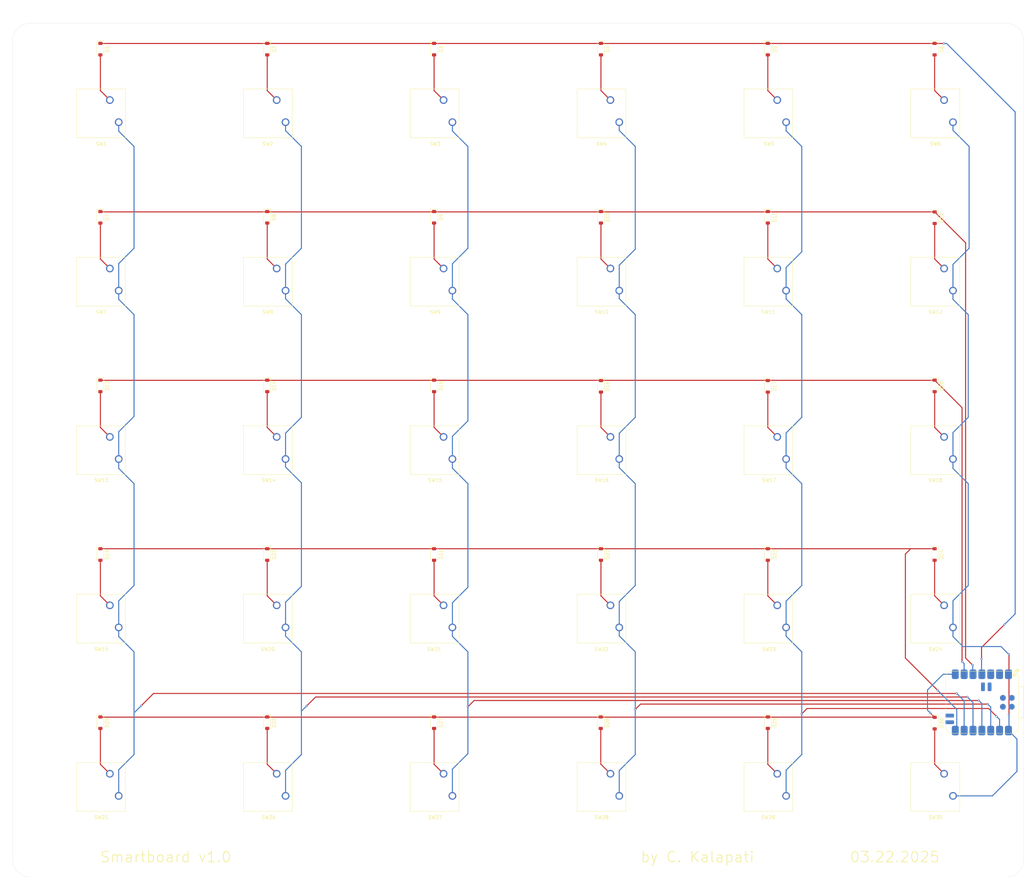
<source format=kicad_pcb>
(kicad_pcb (version 20240108) (generator "pcbnew") (generator_version "8.0")
  (layers (0 "F.Cu" signal) (31 "B.Cu" signal) (34 "B.Paste" user) (35 "F.Paste" user) (36 "B.SilkS" user "B.Silkscreen") (37 "F.SilkS" user "F.Silkscreen") (38 "B.Mask" user) (39 "F.Mask" user) (44 "Edge.Cuts" user))
  (net 0 "")
  (net 1 "Net-(D1-A)")
  (net 2 "Net-(D1-K)")
  (net 3 "Net-(D2-A)")
  (net 4 "Net-(D3-A)")
  (net 5 "Net-(D4-A)")
  (net 6 "Net-(D5-A)")
  (net 7 "Net-(D6-A)")
  (net 8 "Net-(D7-A)")
  (net 9 "Net-(D10-K)")
  (net 10 "Net-(D8-A)")
  (net 11 "Net-(D9-A)")
  (net 12 "Net-(D10-A)")
  (net 13 "Net-(D11-A)")
  (net 14 "Net-(D12-A)")
  (net 15 "Net-(D13-K)")
  (net 16 "Net-(D13-A)")
  (net 17 "Net-(D14-A)")
  (net 18 "Net-(D15-A)")
  (net 19 "Net-(D16-A)")
  (net 20 "Net-(D17-A)")
  (net 21 "Net-(D18-A)")
  (net 22 "Net-(D19-A)")
  (net 23 "Net-(D19-K)")
  (net 24 "Net-(D20-A)")
  (net 25 "Net-(D21-A)")
  (net 26 "Net-(D22-A)")
  (net 27 "Net-(D23-A)")
  (net 28 "Net-(D24-A)")
  (net 29 "Net-(D25-A)")
  (net 30 "Net-(D25-K)")
  (net 31 "Net-(D26-A)")
  (net 32 "Net-(D27-A)")
  (net 33 "Net-(D28-A)")
  (net 34 "Net-(D29-A)")
  (net 35 "Net-(D30-A)")
  (net 36 "Net-(U1-PA9_A5_D5_SCL)")
  (net 37 "Net-(U1-PA8_A4_D4_SDA)")
  (net 38 "Net-(U1-PA11_A3_D3)")
  (net 39 "Net-(U1-PA10_A2_D2)")
  (net 40 "Net-(U1-PA4_A1_D1)")
  (net 41 "Net-(U1-PA02_A0_D0)")
  (net 42 "unconnected-(U1-5V-Pad14)")
  (net 45 "unconnected-(U1-3V3-Pad12)")
  (footprint "CherryMX:CherryMX_1.00u" (layer "F.Cu") (at 123.214 124.166 -90)
    (property "Reference" "SW8")
    (property "Value" "CherryMX" (hide yes))
  )
  (footprint "Diode_SMD:D_SOD-123" (layer "F.Cu") (at 123.041 154.052 -90)
    (property "Reference" "D14")
    (property "Value" "D")
  )
  (footprint "CheryMXStab:CherryMX_2.00u_PCB_Stab" (layer "F.Cu") (at 277.462 75.833 90)
    (property "Reference" "REF**" (hide yes))
    (property "Value" "CherryMX_2.00u_PCB_Stab" (hide yes))
  )
  (footprint "Diode_SMD:D_SOD-123" (layer "F.Cu") (at 123.041 105.664 -90)
    (property "Reference" "D8")
    (property "Value" "D")
  )
  (footprint "CheryMXStab:CherryMX_2.00u_PCB_Stab" (layer "F.Cu") (at 256.108 220.832 -90)
    (property "Reference" "REF**" (hide yes))
    (property "Value" "CherryMX_2.00u_PCB_Stab" (hide yes))
  )
  (footprint "" (layer "F.Cu") (at 55 290)
    (property "Reference" "")
    (property "Value" "")
  )
  (footprint "CheryMXStab:CherryMX_2.00u_PCB_Stab" (layer "F.Cu") (at 86.034 75.833 90)
    (property "Reference" "REF**" (hide yes))
    (property "Value" "CherryMX_2.00u_PCB_Stab" (hide yes))
  )
  (footprint "Diode_SMD:D_SOD-123" (layer "F.Cu") (at 266.612 57.404 -90)
    (property "Reference" "D5")
    (property "Value" "D")
  )
  (footprint "CheryMXStab:CherryMX_2.00u_PCB_Stab" (layer "F.Cu") (at 303.965 220.832 -90)
    (property "Reference" "REF**" (hide yes))
    (property "Value" "CherryMX_2.00u_PCB_Stab" (hide yes))
  )
  (footprint "CheryMXStab:CherryMX_2.00u_PCB_Stab" (layer "F.Cu") (at 208.251 75.833 -90)
    (property "Reference" "REF**" (hide yes))
    (property "Value" "CherryMX_2.00u_PCB_Stab" (hide yes))
  )
  (footprint "CheryMXStab:CherryMX_2.00u_PCB_Stab" (layer "F.Cu") (at 277.462 220.832 90)
    (property "Reference" "REF**" (hide yes))
    (property "Value" "CherryMX_2.00u_PCB_Stab" (hide yes))
  )
  (footprint "CheryMXStab:CherryMX_2.00u_PCB_Stab" (layer "F.Cu") (at 181.748 172.499 90)
    (property "Reference" "REF**" (hide yes))
    (property "Value" "CherryMX_2.00u_PCB_Stab" (hide yes))
  )
  (footprint "CheryMXStab:CherryMX_2.00u_PCB_Stab" (layer "F.Cu") (at 208.251 269.165 -90)
    (property "Reference" "REF**" (hide yes))
    (property "Value" "CherryMX_2.00u_PCB_Stab" (hide yes))
  )
  (footprint "CherryMX:CherryMX_1.00u" (layer "F.Cu") (at 171.071 269.165 -90)
    (property "Reference" "SW27")
    (property "Value" "CherryMX" (hide yes))
  )
  (footprint "Diode_SMD:D_SOD-123" (layer "F.Cu") (at 314.452 202.438 -90)
    (property "Reference" "D24")
    (property "Value" "D")
  )
  (footprint "CherryMX:CherryMX_1.00u" (layer "F.Cu") (at 266.785 172.499 -90)
    (property "Reference" "SW17")
    (property "Value" "CherryMX" (hide yes))
  )
  (footprint "CherryMX:CherryMX_1.00u" (layer "F.Cu") (at 314.642 269.165 -90)
    (property "Reference" "SW30")
    (property "Value" "CherryMX" (hide yes))
  )
  (footprint "CheryMXStab:CherryMX_2.00u_PCB_Stab" (layer "F.Cu") (at 112.537 220.832 -90)
    (property "Reference" "REF**" (hide yes))
    (property "Value" "CherryMX_2.00u_PCB_Stab" (hide yes))
  )
  (footprint "CherryMX:CherryMX_1.00u" (layer "F.Cu") (at 123.214 220.832 -90)
    (property "Reference" "SW20")
    (property "Value" "CherryMX" (hide yes))
  )
  (footprint "CheryMXStab:CherryMX_2.00u_PCB_Stab" (layer "F.Cu") (at 160.394 75.833 -90)
    (property "Reference" "REF**" (hide yes))
    (property "Value" "CherryMX_2.00u_PCB_Stab" (hide yes))
  )
  (footprint "CheryMXStab:CherryMX_2.00u_PCB_Stab" (layer "F.Cu") (at 64.68 75.833 -90)
    (property "Reference" "REF**" (hide yes))
    (property "Value" "CherryMX_2.00u_PCB_Stab" (hide yes))
  )
  (footprint "CherryMX:CherryMX_1.00u" (layer "F.Cu") (at 75.357 269.165 -90)
    (property "Reference" "SW25")
    (property "Value" "CherryMX" (hide yes))
  )
  (footprint "CheryMXStab:CherryMX_2.00u_PCB_Stab" (layer "F.Cu") (at 325.319 124.166 90)
    (property "Reference" "REF**" (hide yes))
    (property "Value" "CherryMX_2.00u_PCB_Stab" (hide yes))
  )
  (footprint "CheryMXStab:CherryMX_2.00u_PCB_Stab" (layer "F.Cu") (at 133.891 75.833 90)
    (property "Reference" "REF**" (hide yes))
    (property "Value" "CherryMX_2.00u_PCB_Stab" (hide yes))
  )
  (footprint "CherryMX:CherryMX_1.00u" (layer "F.Cu") (at 171.071 75.833 -90)
    (property "Reference" "SW3")
    (property "Value" "CherryMX" (hide yes))
  )
  (footprint "CherryMX:CherryMX_1.00u" (layer "F.Cu") (at 266.785 124.166 -90)
    (property "Reference" "SW11")
    (property "Value" "CherryMX" (hide yes))
  )
  (footprint "CherryMX:CherryMX_1.00u" (layer "F.Cu") (at 314.642 172.499 -90)
    (property "Reference" "SW18")
    (property "Value" "CherryMX" (hide yes))
  )
  (footprint "Diode_SMD:D_SOD-123" (layer "F.Cu") (at 218.755 105.664 -90)
    (property "Reference" "D10")
    (property "Value" "D")
  )
  (footprint "CherryMX:CherryMX_1.00u" (layer "F.Cu") (at 218.928 75.833 -90)
    (property "Reference" "SW4")
    (property "Value" "CherryMX" (hide yes))
  )
  (footprint "Diode_SMD:D_SOD-123" (layer "F.Cu") (at 170.898 154.052 -90)
    (property "Reference" "D15")
    (property "Value" "D")
  )
  (footprint "CheryMXStab:CherryMX_2.00u_PCB_Stab" (layer "F.Cu") (at 277.462 269.165 90)
    (property "Reference" "REF**" (hide yes))
    (property "Value" "CherryMX_2.00u_PCB_Stab" (hide yes))
  )
  (footprint "Diode_SMD:D_SOD-123" (layer "F.Cu") (at 170.898 250.698 -90)
    (property "Reference" "D27")
    (property "Value" "D")
  )
  (footprint "CherryMX:CherryMX_1.00u" (layer "F.Cu") (at 75.357 124.166 -90)
    (property "Reference" "SW7")
    (property "Value" "CherryMX" (hide yes))
  )
  (footprint "Diode_SMD:D_SOD-123" (layer "F.Cu") (at 75.184 57.404 -90)
    (property "Reference" "D1")
    (property "Value" "D")
  )
  (footprint "CheryMXStab:CherryMX_2.00u_PCB_Stab" (layer "F.Cu") (at 112.537 124.166 -90)
    (property "Reference" "REF**" (hide yes))
    (property "Value" "CherryMX_2.00u_PCB_Stab" (hide yes))
  )
  (footprint "CherryMX:CherryMX_1.00u" (layer "F.Cu") (at 75.357 172.499 -90)
    (property "Reference" "SW13")
    (property "Value" "CherryMX" (hide yes))
  )
  (footprint "CheryMXStab:CherryMX_2.00u_PCB_Stab" (layer "F.Cu") (at 277.462 172.499 90)
    (property "Reference" "REF**" (hide yes))
    (property "Value" "CherryMX_2.00u_PCB_Stab" (hide yes))
  )
  (footprint "CheryMXStab:CherryMX_2.00u_PCB_Stab" (layer "F.Cu") (at 303.965 124.166 -90)
    (property "Reference" "REF**" (hide yes))
    (property "Value" "CherryMX_2.00u_PCB_Stab" (hide yes))
  )
  (footprint "CheryMXStab:CherryMX_2.00u_PCB_Stab" (layer "F.Cu") (at 229.605 269.165 90)
    (property "Reference" "REF**" (hide yes))
    (property "Value" "CherryMX_2.00u_PCB_Stab" (hide yes))
  )
  (footprint "CheryMXStab:CherryMX_2.00u_PCB_Stab" (layer "F.Cu") (at 208.251 220.832 -90)
    (property "Reference" "REF**" (hide yes))
    (property "Value" "CherryMX_2.00u_PCB_Stab" (hide yes))
  )
  (footprint "CherryMX:CherryMX_1.00u" (layer "F.Cu") (at 123.214 172.499 -90)
    (property "Reference" "SW14")
    (property "Value" "CherryMX" (hide yes))
  )
  (footprint "CheryMXStab:CherryMX_2.00u_PCB_Stab" (layer "F.Cu") (at 303.965 269.165 -90)
    (property "Reference" "REF**" (hide yes))
    (property "Value" "CherryMX_2.00u_PCB_Stab" (hide yes))
  )
  (footprint "CherryMX:CherryMX_1.00u" (layer "F.Cu") (at 266.785 269.165 -90)
    (property "Reference" "SW29")
    (property "Value" "CherryMX" (hide yes))
  )
  (footprint "Diode_SMD:D_SOD-123" (layer "F.Cu") (at 218.755 154.178 -90)
    (property "Reference" "D16")
    (property "Value" "D")
  )
  (footprint "CheryMXStab:CherryMX_2.00u_PCB_Stab" (layer "F.Cu") (at 86.034 124.166 90)
    (property "Reference" "REF**" (hide yes))
    (property "Value" "CherryMX_2.00u_PCB_Stab" (hide yes))
  )
  (footprint "CheryMXStab:CherryMX_2.00u_PCB_Stab" (layer "F.Cu") (at 160.394 172.499 -90)
    (property "Reference" "REF**" (hide yes))
    (property "Value" "CherryMX_2.00u_PCB_Stab" (hide yes))
  )
  (footprint "CheryMXStab:CherryMX_2.00u_PCB_Stab" (layer "F.Cu") (at 133.891 124.166 90)
    (property "Reference" "REF**" (hide yes))
    (property "Value" "CherryMX_2.00u_PCB_Stab" (hide yes))
  )
  (footprint "CheryMXStab:CherryMX_2.00u_PCB_Stab" (layer "F.Cu") (at 181.748 220.832 90)
    (property "Reference" "REF**" (hide yes))
    (property "Value" "CherryMX_2.00u_PCB_Stab" (hide yes))
  )
  (footprint "CherryMX:CherryMX_1.00u" (layer "F.Cu") (at 123.214 269.165 -90)
    (property "Reference" "SW26")
    (property "Value" "CherryMX" (hide yes))
  )
  (footprint "CheryMXStab:CherryMX_2.00u_PCB_Stab" (layer "F.Cu") (at 160.394 220.832 -90)
    (property "Reference" "REF**" (hide yes))
    (property "Value" "CherryMX_2.00u_PCB_Stab" (hide yes))
  )
  (footprint "Diode_SMD:D_SOD-123" (layer "F.Cu") (at 170.898 105.664 -90)
    (property "Reference" "D9")
    (property "Value" "D")
  )
  (footprint "CheryMXStab:CherryMX_2.00u_PCB_Stab" (layer "F.Cu") (at 86.034 172.499 90)
    (property "Reference" "REF**" (hide yes))
    (property "Value" "CherryMX_2.00u_PCB_Stab" (hide yes))
  )
  (footprint "CherryMX:CherryMX_1.00u" (layer "F.Cu") (at 266.785 75.833 -90)
    (property "Reference" "SW5")
    (property "Value" "CherryMX" (hide yes))
  )
  (footprint "CherryMX:CherryMX_1.00u" (layer "F.Cu") (at 314.642 124.166 -90)
    (property "Reference" "SW12")
    (property "Value" "CherryMX" (hide yes))
  )
  (footprint "Diode_SMD:D_SOD-123" (layer "F.Cu") (at 266.612 202.438 -90)
    (property "Reference" "D23")
    (property "Value" "D")
  )
  (footprint "" (layer "F.Cu") (at 55 55)
    (property "Reference" "")
    (property "Value" "")
  )
  (footprint "CheryMXStab:CherryMX_2.00u_PCB_Stab" (layer "F.Cu") (at 133.891 172.499 90)
    (property "Reference" "REF**" (hide yes))
    (property "Value" "CherryMX_2.00u_PCB_Stab" (hide yes))
  )
  (footprint "CheryMXStab:CherryMX_2.00u_PCB_Stab" (layer "F.Cu") (at 325.319 75.833 90)
    (property "Reference" "REF**" (hide yes))
    (property "Value" "CherryMX_2.00u_PCB_Stab" (hide yes))
  )
  (footprint "CheryMXStab:CherryMX_2.00u_PCB_Stab" (layer "F.Cu") (at 256.108 269.165 -90)
    (property "Reference" "REF**" (hide yes))
    (property "Value" "CherryMX_2.00u_PCB_Stab" (hide yes))
  )
  (footprint "Diode_SMD:D_SOD-123" (layer "F.Cu") (at 75.184 105.664 -90)
    (property "Reference" "D7")
    (property "Value" "D")
  )
  (footprint "CheryMXStab:CherryMX_2.00u_PCB_Stab" (layer "F.Cu") (at 303.965 75.833 -90)
    (property "Reference" "REF**" (hide yes))
    (property "Value" "CherryMX_2.00u_PCB_Stab" (hide yes))
  )
  (footprint "Diode_SMD:D_SOD-123" (layer "F.Cu") (at 123.041 57.404 -90)
    (property "Reference" "D2")
    (property "Value" "D")
  )
  (footprint "Diode_SMD:D_SOD-123" (layer "F.Cu") (at 314.452 57.404 -90)
    (property "Reference" "D6")
    (property "Value" "D")
  )
  (footprint "Diode_SMD:D_SOD-123" (layer "F.Cu") (at 170.898 202.438 -90)
    (property "Reference" "D21")
    (property "Value" "D")
  )
  (footprint "Diode_SMD:D_SOD-123" (layer "F.Cu") (at 314.469 105.792 -90)
    (property "Reference" "D12")
    (property "Value" "D")
  )
  (footprint "Diode_SMD:D_SOD-123" (layer "F.Cu") (at 218.755 202.438 -90)
    (property "Reference" "D22")
    (property "Value" "D")
  )
  (footprint "" (layer "F.Cu") (at 335 55)
    (property "Reference" "")
    (property "Value" "")
  )
  (footprint "CheryMXStab:CherryMX_2.00u_PCB_Stab" (layer "F.Cu") (at 256.108 172.499 -90)
    (property "Reference" "REF**" (hide yes))
    (property "Value" "CherryMX_2.00u_PCB_Stab" (hide yes))
  )
  (footprint "CheryMXStab:CherryMX_2.00u_PCB_Stab" (layer "F.Cu") (at 229.605 220.832 90)
    (property "Reference" "REF**" (hide yes))
    (property "Value" "CherryMX_2.00u_PCB_Stab" (hide yes))
  )
  (footprint "CheryMXStab:CherryMX_2.00u_PCB_Stab" (layer "F.Cu") (at 181.748 269.165 90)
    (property "Reference" "REF**" (hide yes))
    (property "Value" "CherryMX_2.00u_PCB_Stab" (hide yes))
  )
  (footprint "CheryMXStab:CherryMX_2.00u_PCB_Stab" (layer "F.Cu") (at 256.108 75.833 -90)
    (property "Reference" "REF**" (hide yes))
    (property "Value" "CherryMX_2.00u_PCB_Stab" (hide yes))
  )
  (footprint "CherryMX:CherryMX_1.00u" (layer "F.Cu") (at 218.928 220.832 -90)
    (property "Reference" "SW22")
    (property "Value" "CherryMX" (hide yes))
  )
  (footprint "CherryMX:CherryMX_1.00u" (layer "F.Cu") (at 314.642 220.832 -90)
    (property "Reference" "SW24")
    (property "Value" "CherryMX" (hide yes))
  )
  (footprint "CherryMX:CherryMX_1.00u" (layer "F.Cu") (at 314.642 75.833 -90)
    (property "Reference" "SW6")
    (property "Value" "CherryMX" (hide yes))
  )
  (footprint "CheryMXStab:CherryMX_2.00u_PCB_Stab" (layer "F.Cu") (at 325.319 220.832 90)
    (property "Reference" "REF**" (hide yes))
    (property "Value" "CherryMX_2.00u_PCB_Stab" (hide yes))
  )
  (footprint "CheryMXStab:CherryMX_2.00u_PCB_Stab" (layer "F.Cu") (at 229.605 124.166 90)
    (property "Reference" "REF**" (hide yes))
    (property "Value" "CherryMX_2.00u_PCB_Stab" (hide yes))
  )
  (footprint "CherryMX:CherryMX_1.00u" (layer "F.Cu") (at 75.357 75.833 -90)
    (property "Reference" "SW1")
    (property "Value" "CherryMX" (hide yes))
  )
  (footprint "Diode_SMD:D_SOD-123" (layer "F.Cu") (at 218.694 250.698 -90)
    (property "Reference" "D28")
    (property "Value" "D")
  )
  (footprint "CherryMX:CherryMX_1.00u" (layer "F.Cu") (at 75.357 220.832 -90)
    (property "Reference" "SW19")
    (property "Value" "CherryMX" (hide yes))
  )
  (footprint "CheryMXStab:CherryMX_2.00u_PCB_Stab" (layer "F.Cu") (at 64.68 220.832 -90)
    (property "Reference" "REF**" (hide yes))
    (property "Value" "CherryMX_2.00u_PCB_Stab" (hide yes))
  )
  (footprint "CheryMXStab:CherryMX_2.00u_PCB_Stab" (layer "F.Cu") (at 160.394 269.165 -90)
    (property "Reference" "REF**" (hide yes))
    (property "Value" "CherryMX_2.00u_PCB_Stab" (hide yes))
  )
  (footprint "CheryMXStab:CherryMX_2.00u_PCB_Stab" (layer "F.Cu") (at 208.251 124.166 -90)
    (property "Reference" "REF**" (hide yes))
    (property "Value" "CherryMX_2.00u_PCB_Stab" (hide yes))
  )
  (footprint "Diode_SMD:D_SOD-123" (layer "F.Cu") (at 75.184 250.698 -90)
    (property "Reference" "D25")
    (property "Value" "D")
  )
  (footprint "CherryMX:CherryMX_1.00u" (layer "F.Cu") (at 123.214 75.833 -90)
    (property "Reference" "SW2")
    (property "Value" "CherryMX" (hide yes))
  )
  (footprint "Diode_SMD:D_SOD-123" (layer "F.Cu") (at 218.755 57.404 -90)
    (property "Reference" "D4")
    (property "Value" "D")
  )
  (footprint "CheryMXStab:CherryMX_2.00u_PCB_Stab" (layer "F.Cu") (at 133.891 220.832 90)
    (property "Reference" "REF**" (hide yes))
    (property "Value" "CherryMX_2.00u_PCB_Stab" (hide yes))
  )
  (footprint "Diode_SMD:D_SOD-123" (layer "F.Cu") (at 266.612 105.664 -90)
    (property "Reference" "D11")
    (property "Value" "D")
  )
  (footprint "CheryMXStab:CherryMX_2.00u_PCB_Stab" (layer "F.Cu") (at 181.748 75.833 90)
    (property "Reference" "REF**" (hide yes))
    (property "Value" "CherryMX_2.00u_PCB_Stab" (hide yes))
  )
  (footprint "CheryMXStab:CherryMX_2.00u_PCB_Stab" (layer "F.Cu") (at 208.251 172.499 -90)
    (property "Reference" "REF**" (hide yes))
    (property "Value" "CherryMX_2.00u_PCB_Stab" (hide yes))
  )
  (footprint "CherryMX:CherryMX_1.00u" (layer "F.Cu") (at 171.071 220.832 -90)
    (property "Reference" "SW21")
    (property "Value" "CherryMX" (hide yes))
  )
  (footprint "CheryMXStab:CherryMX_2.00u_PCB_Stab" (layer "F.Cu") (at 64.68 269.165 -90)
    (property "Reference" "REF**" (hide yes))
    (property "Value" "CherryMX_2.00u_PCB_Stab" (hide yes))
  )
  (footprint "Diode_SMD:D_SOD-123" (layer "F.Cu") (at 266.612 154.178 -90)
    (property "Reference" "D17")
    (property "Value" "D")
  )
  (footprint "CherryMX:CherryMX_1.00u" (layer "F.Cu") (at 218.928 269.165 -90)
    (property "Reference" "SW28")
    (property "Value" "CherryMX" (hide yes))
  )
  (footprint "CheryMXStab:CherryMX_2.00u_PCB_Stab" (layer "F.Cu") (at 160.394 124.166 -90)
    (property "Reference" "REF**" (hide yes))
    (property "Value" "CherryMX_2.00u_PCB_Stab" (hide yes))
  )
  (footprint "CheryMXStab:CherryMX_2.00u_PCB_Stab" (layer "F.Cu") (at 303.965 172.499 -90)
    (property "Reference" "REF**" (hide yes))
    (property "Value" "CherryMX_2.00u_PCB_Stab" (hide yes))
  )
  (footprint "CheryMXStab:CherryMX_2.00u_PCB_Stab" (layer "F.Cu") (at 64.68 124.166 -90)
    (property "Reference" "REF**" (hide yes))
    (property "Value" "CherryMX_2.00u_PCB_Stab" (hide yes))
  )
  (footprint "CherryMX:CherryMX_1.00u" (layer "F.Cu") (at 171.071 124.166 -90)
    (property "Reference" "SW9")
    (property "Value" "CherryMX" (hide yes))
  )
  (footprint "CheryMXStab:CherryMX_2.00u_PCB_Stab" (layer "F.Cu") (at 277.462 124.166 90)
    (property "Reference" "REF**" (hide yes))
    (property "Value" "CherryMX_2.00u_PCB_Stab" (hide yes))
  )
  (footprint "Diode_SMD:D_SOD-123" (layer "F.Cu") (at 75.184 202.438 -90)
    (property "Reference" "D19")
    (property "Value" "D")
  )
  (footprint "Diode_SMD:D_SOD-123" (layer "F.Cu") (at 75.184 154.052 -90)
    (property "Reference" "D13")
    (property "Value" "D")
  )
  (footprint "CheryMXStab:CherryMX_2.00u_PCB_Stab" (layer "F.Cu") (at 112.537 269.165 -90)
    (property "Reference" "REF**" (hide yes))
    (property "Value" "CherryMX_2.00u_PCB_Stab" (hide yes))
  )
  (footprint "Diode_SMD:D_SOD-123" (layer "F.Cu") (at 170.898 57.404 -90)
    (property "Reference" "D3")
    (property "Value" "D")
  )
  (footprint "CheryMXStab:CherryMX_2.00u_PCB_Stab" (layer "F.Cu") (at 112.537 172.499 -90)
    (property "Reference" "REF**" (hide yes))
    (property "Value" "CherryMX_2.00u_PCB_Stab" (hide yes))
  )
  (footprint "CheryMXStab:CherryMX_2.00u_PCB_Stab" (layer "F.Cu") (at 325.319 172.499 90)
    (property "Reference" "REF**" (hide yes))
    (property "Value" "CherryMX_2.00u_PCB_Stab" (hide yes))
  )
  (footprint "Diode_SMD:D_SOD-123" (layer "F.Cu") (at 314.469 250.826 -90)
    (property "Reference" "D30")
    (property "Value" "D")
  )
  (footprint "CheryMXStab:CherryMX_2.00u_PCB_Stab" (layer "F.Cu") (at 256.108 124.166 -90)
    (property "Reference" "REF**" (hide yes))
    (property "Value" "CherryMX_2.00u_PCB_Stab" (hide yes))
  )
  (footprint "CheryMXStab:CherryMX_2.00u_PCB_Stab" (layer "F.Cu") (at 112.537 75.833 -90)
    (property "Reference" "REF**" (hide yes))
    (property "Value" "CherryMX_2.00u_PCB_Stab" (hide yes))
  )
  (footprint "Diode_SMD:D_SOD-123" (layer "F.Cu") (at 123.041 202.438 -90)
    (property "Reference" "D20")
    (property "Value" "D")
  )
  (footprint "Diode_SMD:D_SOD-123" (layer "F.Cu") (at 314.469 154.052 -90)
    (property "Reference" "D18")
    (property "Value" "D")
  )
  (footprint "CheryMXStab:CherryMX_2.00u_PCB_Stab" (layer "F.Cu") (at 181.748 124.166 90)
    (property "Reference" "REF**" (hide yes))
    (property "Value" "CherryMX_2.00u_PCB_Stab" (hide yes))
  )
  (footprint "CheryMXStab:CherryMX_2.00u_PCB_Stab" (layer "F.Cu") (at 229.605 172.499 90)
    (property "Reference" "REF**" (hide yes))
    (property "Value" "CherryMX_2.00u_PCB_Stab" (hide yes))
  )
  (footprint "CheryMXStab:CherryMX_2.00u_PCB_Stab" (layer "F.Cu") (at 133.891 269.165 90)
    (property "Reference" "REF**" (hide yes))
    (property "Value" "CherryMX_2.00u_PCB_Stab" (hide yes))
  )
  (footprint "CherryMX:CherryMX_1.00u" (layer "F.Cu") (at 171.071 172.499 -90)
    (property "Reference" "SW15")
    (property "Value" "CherryMX" (hide yes))
  )
  (footprint "CherryMX:CherryMX_1.00u" (layer "F.Cu") (at 218.928 124.166 -90)
    (property "Reference" "SW10")
    (property "Value" "CherryMX" (hide yes))
  )
  (footprint "Diode_SMD:D_SOD-123" (layer "F.Cu") (at 266.612 250.698 -90)
    (property "Reference" "D29")
    (property "Value" "D")
  )
  (footprint "Diode_SMD:D_SOD-123" (layer "F.Cu") (at 123.041 250.698 -90)
    (property "Reference" "D26")
    (property "Value" "D")
  )
  (footprint "" (layer "F.Cu") (at 335 290)
    (property "Reference" "")
    (property "Value" "")
  )
  (footprint "CheryMXStab:CherryMX_2.00u_PCB_Stab" (layer "F.Cu") (at 86.034 220.832 90)
    (property "Reference" "REF**" (hide yes))
    (property "Value" "CherryMX_2.00u_PCB_Stab" (hide yes))
  )
  (footprint "CherryMX:CherryMX_1.00u" (layer "F.Cu") (at 266.785 220.832 -90)
    (property "Reference" "SW23")
    (property "Value" "CherryMX" (hide yes))
  )
  (footprint "CherryMX:CherryMX_1.00u" (layer "F.Cu") (at 218.928 172.499 -90)
    (property "Reference" "SW16")
    (property "Value" "CherryMX" (hide yes))
  )
  (footprint "Seeed Studio:XIAO-nRF52840-SMD" (layer "F.Cu") (at 328.0069 244.911 -90)
    (property "Reference" "U1" (hide yes))
    (property "Value" "XIAO-SMD")
  )
  (footprint "CheryMXStab:CherryMX_2.00u_PCB_Stab" (layer "F.Cu") (at 86.034 269.165 90)
    (property "Reference" "REF**" (hide yes))
    (property "Value" "CherryMX_2.00u_PCB_Stab" (hide yes))
  )
  (footprint "CheryMXStab:CherryMX_2.00u_PCB_Stab" (layer "F.Cu") (at 229.605 75.833 90)
    (property "Reference" "REF**" (hide yes))
    (property "Value" "CherryMX_2.00u_PCB_Stab" (hide yes))
  )
  (footprint "CheryMXStab:CherryMX_2.00u_PCB_Stab" (layer "F.Cu") (at 64.68 172.499 -90)
    (property "Reference" "REF**" (hide yes))
    (property "Value" "CherryMX_2.00u_PCB_Stab" (hide yes))
  )
  (footprint "CheryMXStab:CherryMX_2.00u_PCB_Stab" (layer "F.Cu") (at 325.319 269.165 90)
    (property "Reference" "REF**" (hide yes))
    (property "Value" "CherryMX_2.00u_PCB_Stab" (hide yes))
  )
  (gr_arc (start 55 295) (mid 51.464466 293.535534) (end 50 290) (stroke (width 0.05)) (layer "Edge.Cuts"))
  (gr_line (start 340 55) (end 340 290) (stroke (width 0.05)) (layer "Edge.Cuts"))
  (gr_arc (start 340 290) (mid 338.535534 293.535534) (end 335 295) (stroke (width 0.05)) (layer "Edge.Cuts"))
  (gr_line (start 335 295) (end 55 295) (stroke (width 0.05)) (layer "Edge.Cuts"))
  (gr_line (start 55 50) (end 335 50) (stroke (width 0.05)) (layer "Edge.Cuts"))
  (gr_arc (start 335 50) (mid 338.535534 51.464466) (end 340 55) (stroke (width 0.05)) (layer "Edge.Cuts"))
  (gr_arc (start 50 55) (mid 51.464466 51.464466) (end 55 50) (stroke (width 0.05)) (layer "Edge.Cuts"))
  (gr_line (start 50 290) (end 50 55) (stroke (width 0.05)) (layer "Edge.Cuts"))
  (gr_text "by C. Kalapati" (at 230 291 0) (layer "F.SilkS") (effects (font (size 3 3) (thickness 0.25)) (justify left bottom)))
  (gr_text "Smartboard v1.0" (at 75 291 0) (layer "F.SilkS") (effects (font (size 3 3) (thickness 0.25)) (justify left bottom)))
  (gr_text "03.22.2025\n" (at 290 291 0) (layer "F.SilkS") (effects (font (size 3 3) (thickness 0.25)) (justify left bottom)))
  (segment (start 75.184 69.31) (end 77.897 72.023) (width 0.3) (layer "F.Cu") (net 1))
  (segment (start 75.184 69.31) (end 75.184 59.054) (width 0.3) (layer "F.Cu") (net 1))
  (segment (start 75.184 55.783) (end 123.041 55.783) (width 0.3) (layer "F.Cu") (net 2))
  (segment (start 327.914 232.41) (end 327.914 229.108) (width 0.3) (layer "F.Cu") (net 2))
  (segment (start 218.755 55.783) (end 266.612 55.783) (width 0.3) (layer "F.Cu") (net 2))
  (segment (start 123.041 55.783) (end 170.898 55.783) (width 0.3) (layer "F.Cu") (net 2))
  (segment (start 317.089 55.783) (end 314.469 55.783) (width 0.3) (layer "F.Cu") (net 2))
  (segment (start 327.914 229.108) (end 334.391 222.631) (width 0.3) (layer "F.Cu") (net 2))
  (segment (start 170.898 55.783) (end 218.755 55.783) (width 0.3) (layer "F.Cu") (net 2))
  (segment (start 266.612 55.783) (end 314.469 55.783) (width 0.3) (layer "F.Cu") (net 2))
  (via (at 317.089 55.783) (size 0.6) (drill 0.3) (layers "F.Cu" "B.Cu") (net 2))
  (via (at 327.914 232.41) (size 0.6) (drill 0.3) (layers "F.Cu" "B.Cu") (net 2))
  (via (at 334.391 222.631) (size 0.6) (drill 0.3) (layers "F.Cu" "B.Cu") (net 2))
  (segment (start 327.914 232.41) (end 327.914 236.7081) (width 0.3) (layer "B.Cu") (net 2))
  (segment (start 328.0069 236.801) (end 328.0069 237.6511) (width 0.3) (layer "B.Cu") (net 2))
  (segment (start 327.914 236.7081) (end 328.0069 236.801) (width 0.3) (layer "B.Cu") (net 2))
  (segment (start 337.566 75.438) (end 317.911 55.783) (width 0.3) (layer "B.Cu") (net 2))
  (segment (start 317.911 55.783) (end 317.089 55.783) (width 0.3) (layer "B.Cu") (net 2))
  (segment (start 334.391 222.631) (end 337.566 219.456) (width 0.3) (layer "B.Cu") (net 2))
  (segment (start 337.566 219.456) (end 337.566 75.438) (width 0.3) (layer "B.Cu") (net 2))
  (segment (start 123.041 69.31) (end 125.754 72.023) (width 0.3) (layer "F.Cu") (net 3))
  (segment (start 123.041 69.31) (end 123.041 59.054) (width 0.3) (layer "F.Cu") (net 3))
  (segment (start 173.611 72.023) (end 170.898 69.31) (width 0.3) (layer "F.Cu") (net 4))
  (segment (start 170.898 69.31) (end 170.898 59.054) (width 0.3) (layer "F.Cu") (net 4))
  (segment (start 218.755 69.31) (end 218.755 59.054) (width 0.3) (layer "F.Cu") (net 5))
  (segment (start 221.468 72.023) (end 218.755 69.31) (width 0.3) (layer "F.Cu") (net 5))
  (segment (start 266.612 69.31) (end 266.612 59.054) (width 0.3) (layer "F.Cu") (net 6))
  (segment (start 266.612 69.31) (end 269.325 72.023) (width 0.3) (layer "F.Cu") (net 6))
  (segment (start 317.182 72.023) (end 314.452 69.293) (width 0.3) (layer "F.Cu") (net 7))
  (segment (start 314.452 69.293) (end 314.452 59.054) (width 0.3) (layer "F.Cu") (net 7))
  (segment (start 75.184 117.643) (end 75.184 107.314) (width 0.3) (layer "F.Cu") (net 8))
  (segment (start 75.184 117.643) (end 77.897 120.356) (width 0.3) (layer "F.Cu") (net 8))
  (segment (start 170.898 104.116) (end 123.041 104.116) (width 0.3) (layer "F.Cu") (net 9))
  (segment (start 123.041 104.116) (end 75.184 104.116) (width 0.3) (layer "F.Cu") (net 9))
  (segment (start 266.612 104.116) (end 218.755 104.116) (width 0.3) (layer "F.Cu") (net 9))
  (segment (start 323.342 229.87) (end 323.342 232.156) (width 0.3) (layer "F.Cu") (net 9))
  (segment (start 314.469 104.116) (end 266.612 104.116) (width 0.3) (layer "F.Cu") (net 9))
  (segment (start 323.342 229.87) (end 323.342 112.989) (width 0.3) (layer "F.Cu") (net 9))
  (segment (start 323.342 232.156) (end 325.374 234.188) (width 0.3) (layer "F.Cu") (net 9))
  (segment (start 218.755 104.116) (end 170.898 104.116) (width 0.3) (layer "F.Cu") (net 9))
  (segment (start 323.342 112.989) (end 314.469 104.116) (width 0.3) (layer "F.Cu") (net 9))
  (via (at 325.374 234.188) (size 0.6) (drill 0.3) (layers "F.Cu" "B.Cu") (net 9))
  (segment (start 325.374 234.188) (end 325.374 236.7081) (width 0.3) (layer "B.Cu") (net 9))
  (segment (start 325.374 236.7081) (end 325.4669 236.801) (width 0.3) (layer "B.Cu") (net 9))
  (segment (start 123.041 117.643) (end 125.754 120.356) (width 0.3) (layer "F.Cu") (net 10))
  (segment (start 123.041 117.643) (end 123.041 107.314) (width 0.3) (layer "F.Cu") (net 10))
  (segment (start 170.898 117.643) (end 173.611 120.356) (width 0.3) (layer "F.Cu") (net 11))
  (segment (start 170.898 117.643) (end 170.898 107.314) (width 0.3) (layer "F.Cu") (net 11))
  (segment (start 218.755 117.643) (end 218.755 107.314) (width 0.3) (layer "F.Cu") (net 12))
  (segment (start 218.755 117.643) (end 221.468 120.356) (width 0.3) (layer "F.Cu") (net 12))
  (segment (start 266.612 117.643) (end 269.325 120.356) (width 0.3) (layer "F.Cu") (net 13))
  (segment (start 266.612 117.643) (end 266.612 107.314) (width 0.3) (layer "F.Cu") (net 13))
  (segment (start 314.469 117.643) (end 314.469 107.442) (width 0.3) (layer "F.Cu") (net 14))
  (segment (start 314.469 117.643) (end 317.182 120.356) (width 0.3) (layer "F.Cu") (net 14))
  (segment (start 123.041 152.449) (end 170.898 152.449) (width 0.3) (layer "F.Cu") (net 15))
  (segment (start 218.755 152.449) (end 266.612 152.449) (width 0.3) (layer "F.Cu") (net 15))
  (segment (start 266.612 152.449) (end 314.469 152.449) (width 0.3) (layer "F.Cu") (net 15))
  (segment (start 322.326 231.902) (end 322.326 160.306) (width 0.3) (layer "F.Cu") (net 15))
  (segment (start 170.898 152.449) (end 218.755 152.449) (width 0.3) (layer "F.Cu") (net 15))
  (segment (start 322.326 233.172) (end 322.326 231.902) (width 0.3) (layer "F.Cu") (net 15))
  (segment (start 75.184 152.449) (end 123.041 152.449) (width 0.3) (layer "F.Cu") (net 15))
  (segment (start 322.326 160.306) (end 314.469 152.449) (width 0.3) (layer "F.Cu") (net 15))
  (via (at 322.326 233.172) (size 0.6) (drill 0.3) (layers "F.Cu" "B.Cu") (net 15))
  (segment (start 322.9269 233.7729) (end 322.326 233.172) (width 0.3) (layer "B.Cu") (net 15))
  (segment (start 322.9269 236.801) (end 322.9269 233.7729) (width 0.3) (layer "B.Cu") (net 15))
  (segment (start 75.184 165.976) (end 77.897 168.689) (width 0.3) (layer "F.Cu") (net 16))
  (segment (start 75.184 165.976) (end 75.184 155.702) (width 0.3) (layer "F.Cu") (net 16))
  (segment (start 123.041 165.976) (end 123.041 155.702) (width 0.3) (layer "F.Cu") (net 17))
  (segment (start 125.754 168.689) (end 123.041 165.976) (width 0.3) (layer "F.Cu") (net 17))
  (segment (start 170.898 165.976) (end 173.611 168.689) (width 0.3) (layer "F.Cu") (net 18))
  (segment (start 170.898 165.976) (end 170.898 155.702) (width 0.3) (layer "F.Cu") (net 18))
  (segment (start 218.755 165.976) (end 218.755 155.828) (width 0.3) (layer "F.Cu") (net 19))
  (segment (start 221.468 168.689) (end 218.755 165.976) (width 0.3) (layer "F.Cu") (net 19))
  (segment (start 266.612 165.976) (end 266.612 155.828) (width 0.3) (layer "F.Cu") (net 20))
  (segment (start 269.325 168.689) (end 266.612 165.976) (width 0.3) (layer "F.Cu") (net 20))
  (segment (start 314.469 165.976) (end 317.182 168.689) (width 0.3) (layer "F.Cu") (net 21))
  (segment (start 314.469 165.976) (end 314.469 155.702) (width 0.3) (layer "F.Cu") (net 21))
  (segment (start 75.184 214.309) (end 77.897 217.022) (width 0.3) (layer "F.Cu") (net 22))
  (segment (start 75.184 214.309) (end 75.184 204.088) (width 0.3) (layer "F.Cu") (net 22))
  (segment (start 123.041 200.782) (end 75.184 200.782) (width 0.3) (layer "F.Cu") (net 23))
  (segment (start 266.612 200.782) (end 218.755 200.782) (width 0.3) (layer "F.Cu") (net 23))
  (segment (start 218.755 200.782) (end 170.898 200.782) (width 0.3) (layer "F.Cu") (net 23))
  (segment (start 307.594 200.782) (end 266.612 200.782) (width 0.3) (layer "F.Cu") (net 23))
  (segment (start 314.469 200.782) (end 307.594 200.782) (width 0.3) (layer "F.Cu") (net 23))
  (segment (start 306.07 232.156) (end 306.07 202.306) (width 0.3) (layer "F.Cu") (net 23))
  (segment (start 315.341 241.427) (end 306.07 232.156) (width 0.3) (layer "F.Cu") (net 23))
  (segment (start 123.041 200.782) (end 170.898 200.782) (width 0.3) (layer "F.Cu") (net 23))
  (segment (start 306.07 202.306) (end 307.594 200.782) (width 0.3) (layer "F.Cu") (net 23))
  (via (at 315.341 241.427) (size 0.6) (drill 0.3) (layers "F.Cu" "B.Cu") (net 23))
  (segment (start 320.802 246.888) (end 320.802 251.714) (width 0.3) (layer "B.Cu") (net 23))
  (segment (start 315.341 241.427) (end 320.802 246.888) (width 0.3) (layer "B.Cu") (net 23))
  (segment (start 320.3869 252.1291) (end 320.3869 252.966) (width 0.3) (layer "B.Cu") (net 23))
  (segment (start 320.802 251.714) (end 320.3869 252.1291) (width 0.3) (layer "B.Cu") (net 23))
  (segment (start 123.041 214.309) (end 125.754 217.022) (width 0.3) (layer "F.Cu") (net 24))
  (segment (start 123.041 214.309) (end 123.041 204.088) (width 0.3) (layer "F.Cu") (net 24))
  (segment (start 170.898 214.309) (end 170.898 204.088) (width 0.3) (layer "F.Cu") (net 25))
  (segment (start 173.611 217.022) (end 170.898 214.309) (width 0.3) (layer "F.Cu") (net 25))
  (segment (start 218.755 214.309) (end 218.755 204.088) (width 0.3) (layer "F.Cu") (net 26))
  (segment (start 218.755 214.309) (end 221.468 217.022) (width 0.3) (layer "F.Cu") (net 26))
  (segment (start 266.612 214.309) (end 266.612 204.088) (width 0.3) (layer "F.Cu") (net 27))
  (segment (start 266.612 214.309) (end 269.325 217.022) (width 0.3) (layer "F.Cu") (net 27))
  (segment (start 317.182 217.022) (end 314.452 214.292) (width 0.3) (layer "F.Cu") (net 28))
  (segment (start 314.452 214.292) (end 314.452 204.088) (width 0.3) (layer "F.Cu") (net 28))
  (segment (start 75.184 262.642) (end 77.897 265.355) (width 0.3) (layer "F.Cu") (net 29))
  (segment (start 75.184 262.642) (end 75.184 252.348) (width 0.3) (layer "F.Cu") (net 29))
  (segment (start 170.898 249.115) (end 123.041 249.115) (width 0.3) (layer "F.Cu") (net 30))
  (segment (start 314.469 249.115) (end 266.612 249.115) (width 0.3) (layer "F.Cu") (net 30))
  (segment (start 123.041 249.115) (end 75.184 249.115) (width 0.3) (layer "F.Cu") (net 30))
  (segment (start 266.612 249.115) (end 218.755 249.115) (width 0.3) (layer "F.Cu") (net 30))
  (segment (start 218.755 249.115) (end 170.898 249.115) (width 0.3) (layer "F.Cu") (net 30))
  (segment (start 313.1895 247.8965) (end 314.469 249.176) (width 0.3) (layer "F.Cu") (net 30))
  (via (at 313.1895 247.8965) (size 0.6) (drill 0.3) (layers "F.Cu" "B.Cu") (net 30))
  (segment (start 312.42 247.127) (end 312.42 241.3) (width 0.3) (layer "B.Cu") (net 30))
  (segment (start 313.1895 247.8965) (end 312.42 247.127) (width 0.3) (layer "B.Cu") (net 30))
  (segment (start 316.919 236.801) (end 320.3869 236.801) (width 0.3) (layer "B.Cu") (net 30))
  (segment (start 312.42 241.3) (end 316.919 236.801) (width 0.3) (layer "B.Cu") (net 30))
  (segment (start 123.041 262.642) (end 125.754 265.355) (width 0.3) (layer "F.Cu") (net 31))
  (segment (start 123.041 262.642) (end 123.041 252.348) (width 0.3) (layer "F.Cu") (net 31))
  (segment (start 170.898 262.642) (end 170.898 252.348) (width 0.3) (layer "F.Cu") (net 32))
  (segment (start 170.898 262.642) (end 173.611 265.355) (width 0.3) (layer "F.Cu") (net 32))
  (segment (start 218.694 262.581) (end 218.694 252.348) (width 0.3) (layer "F.Cu") (net 33))
  (segment (start 221.468 265.355) (end 218.694 262.581) (width 0.3) (layer "F.Cu") (net 33))
  (segment (start 266.612 262.642) (end 266.612 252.348) (width 0.3) (layer "F.Cu") (net 34))
  (segment (start 266.612 262.642) (end 269.325 265.355) (width 0.3) (layer "F.Cu") (net 34))
  (segment (start 314.469 262.642) (end 317.182 265.355) (width 0.3) (layer "F.Cu") (net 35))
  (segment (start 314.469 262.642) (end 314.469 252.476) (width 0.3) (layer "F.Cu") (net 35))
  (segment (start 320.802 242.316) (end 90.424 242.316) (width 0.3) (layer "F.Cu") (net 36))
  (segment (start 90.424 242.316) (end 86.868 245.872) (width 0.3) (layer "F.Cu") (net 36))
  (via (at 320.802 242.316) (size 0.6) (drill 0.3) (layers "F.Cu" "B.Cu") (net 36))
  (via (at 86.868 245.872) (size 0.6) (drill 0.3) (layers "F.Cu" "B.Cu") (net 36))
  (segment (start 84.836 182.118) (end 84.836 211.328) (width 0.3) (layer "B.Cu") (net 36))
  (segment (start 84.836 114.554) (end 80.437 118.953) (width 0.3) (layer "B.Cu") (net 36))
  (segment (start 80.437 126.706) (end 80.437 129.205) (width 0.3) (layer "B.Cu") (net 36))
  (segment (start 84.836 211.328) (end 80.437 215.727) (width 0.3) (layer "B.Cu") (net 36))
  (segment (start 80.437 78.373) (end 80.437 80.945) (width 0.3) (layer "B.Cu") (net 36))
  (segment (start 80.437 118.953) (end 80.437 126.706) (width 0.3) (layer "B.Cu") (net 36))
  (segment (start 80.437 215.727) (end 80.437 223.372) (width 0.3) (layer "B.Cu") (net 36))
  (segment (start 84.836 85.344) (end 84.836 114.554) (width 0.3) (layer "B.Cu") (net 36))
  (segment (start 84.836 162.814) (end 80.437 167.213) (width 0.3) (layer "B.Cu") (net 36))
  (segment (start 80.437 177.719) (end 84.836 182.118) (width 0.3) (layer "B.Cu") (net 36))
  (segment (start 80.437 175.039) (end 80.437 177.719) (width 0.3) (layer "B.Cu") (net 36))
  (segment (start 84.836 133.604) (end 84.836 162.814) (width 0.3) (layer "B.Cu") (net 36))
  (segment (start 86.868 245.872) (end 85.09 247.65) (width 0.3) (layer "B.Cu") (net 36))
  (segment (start 322.9269 252.966) (end 322.9269 244.4409) (width 0.3) (layer "B.Cu") (net 36))
  (segment (start 80.437 167.213) (end 80.437 175.039) (width 0.3) (layer "B.Cu") (net 36))
  (segment (start 80.437 80.945) (end 84.836 85.344) (width 0.3) (layer "B.Cu") (net 36))
  (segment (start 322.9269 244.4409) (end 320.802 242.316) (width 0.3) (layer "B.Cu") (net 36))
  (segment (start 80.437 264.241) (end 80.437 271.705) (width 0.3) (layer "B.Cu") (net 36))
  (segment (start 84.836 230.378) (end 84.836 247.65) (width 0.3) (layer "B.Cu") (net 36))
  (segment (start 84.836 247.65) (end 84.836 259.842) (width 0.3) (layer "B.Cu") (net 36))
  (segment (start 80.437 129.205) (end 84.836 133.604) (width 0.3) (layer "B.Cu") (net 36))
  (segment (start 85.09 247.65) (end 84.836 247.65) (width 0.3) (layer "B.Cu") (net 36))
  (segment (start 80.437 223.372) (end 80.437 225.979) (width 0.3) (layer "B.Cu") (net 36))
  (segment (start 84.836 259.842) (end 80.437 264.241) (width 0.3) (layer "B.Cu") (net 36))
  (segment (start 80.437 225.979) (end 84.836 230.378) (width 0.3) (layer "B.Cu") (net 36))
  (segment (start 323.85 243.332) (end 136.906 243.332) (width 0.3) (layer "F.Cu") (net 37))
  (segment (start 136.906 243.332) (end 134.366 245.872) (width 0.3) (layer "F.Cu") (net 37))
  (via (at 323.85 243.332) (size 0.6) (drill 0.3) (layers "F.Cu" "B.Cu") (net 37))
  (via (at 134.366 245.872) (size 0.6) (drill 0.3) (layers "F.Cu" "B.Cu") (net 37))
  (segment (start 128.294 167.616) (end 128.294 175.039) (width 0.3) (layer "B.Cu") (net 37))
  (segment (start 132.842 211.582) (end 128.294 216.13) (width 0.3) (layer "B.Cu") (net 37))
  (segment (start 132.842 247.396) (end 132.842 259.842) (width 0.3) (layer "B.Cu") (net 37))
  (segment (start 128.294 177.316) (end 132.842 181.864) (width 0.3) (layer "B.Cu") (net 37))
  (segment (start 128.294 225.83) (end 132.842 230.378) (width 0.3) (layer "B.Cu") (net 37))
  (segment (start 128.294 80.796) (end 132.842 85.344) (width 0.3) (layer "B.Cu") (net 37))
  (segment (start 128.294 78.373) (end 128.294 80.796) (width 0.3) (layer "B.Cu") (net 37))
  (segment (start 325.628 252.8049) (end 325.4669 252.966) (width 0.3) (layer "B.Cu") (net 37))
  (segment (start 325.4669 244.9489) (end 323.85 243.332) (width 0.3) (layer "B.Cu") (net 37))
  (segment (start 132.842 85.344) (end 132.842 114.554) (width 0.3) (layer "B.Cu") (net 37))
  (segment (start 128.294 175.039) (end 128.294 177.316) (width 0.3) (layer "B.Cu") (net 37))
  (segment (start 132.842 181.864) (end 132.842 211.582) (width 0.3) (layer "B.Cu") (net 37))
  (segment (start 128.294 216.13) (end 128.294 223.372) (width 0.3) (layer "B.Cu") (net 37))
  (segment (start 128.294 119.102) (end 128.294 126.706) (width 0.3) (layer "B.Cu") (net 37))
  (segment (start 132.842 259.842) (end 128.294 264.39) (width 0.3) (layer "B.Cu") (net 37))
  (segment (start 325.4669 252.966) (end 325.4669 244.9489) (width 0.3) (layer "B.Cu") (net 37))
  (segment (start 134.366 245.872) (end 132.842 247.396) (width 0.3) (layer "B.Cu") (net 37))
  (segment (start 132.842 230.378) (end 132.842 247.396) (width 0.3) (layer "B.Cu") (net 37))
  (segment (start 128.294 264.39) (end 128.294 271.705) (width 0.3) (layer "B.Cu") (net 37))
  (segment (start 128.294 129.056) (end 132.842 133.604) (width 0.3) (layer "B.Cu") (net 37))
  (segment (start 128.294 223.372) (end 128.294 225.83) (width 0.3) (layer "B.Cu") (net 37))
  (segment (start 132.842 114.554) (end 128.294 119.102) (width 0.3) (layer "B.Cu") (net 37))
  (segment (start 132.842 133.604) (end 132.842 163.068) (width 0.3) (layer "B.Cu") (net 37))
  (segment (start 132.842 163.068) (end 128.294 167.616) (width 0.3) (layer "B.Cu") (net 37))
  (segment (start 128.294 126.706) (end 128.294 129.056) (width 0.3) (layer "B.Cu") (net 37))
  (segment (start 182.372 244.348) (end 180.594 246.126) (width 0.3) (layer "F.Cu") (net 38))
  (segment (start 327.152 244.348) (end 182.372 244.348) (width 0.3) (layer "F.Cu") (net 38))
  (via (at 180.594 246.126) (size 0.6) (drill 0.3) (layers "F.Cu" "B.Cu") (net 38))
  (via (at 327.152 244.348) (size 0.6) (drill 0.3) (layers "F.Cu" "B.Cu") (net 38))
  (segment (start 176.151 225.935) (end 180.594 230.378) (width 0.3) (layer "B.Cu") (net 38))
  (segment (start 176.151 126.706) (end 176.151 129.161) (width 0.3) (layer "B.Cu") (net 38))
  (segment (start 176.151 264.031) (end 176.151 271.705) (width 0.3) (layer "B.Cu") (net 38))
  (segment (start 180.594 114.554) (end 176.151 118.997) (width 0.3) (layer "B.Cu") (net 38))
  (segment (start 180.594 85.344) (end 180.594 114.554) (width 0.3) (layer "B.Cu") (net 38))
  (segment (start 180.594 182.118) (end 180.594 211.836) (width 0.3) (layer "B.Cu") (net 38))
  (segment (start 328.0069 252.966) (end 328.0069 245.2029) (width 0.3) (layer "B.Cu") (net 38))
  (segment (start 180.594 230.378) (end 180.594 246.126) (width 0.3) (layer "B.Cu") (net 38))
  (segment (start 176.151 129.161) (end 180.594 133.604) (width 0.3) (layer "B.Cu") (net 38))
  (segment (start 180.594 246.126) (end 180.594 259.588) (width 0.3) (layer "B.Cu") (net 38))
  (segment (start 176.151 118.997) (end 176.151 126.706) (width 0.3) (layer "B.Cu") (net 38))
  (segment (start 180.594 211.836) (end 176.151 216.279) (width 0.3) (layer "B.Cu") (net 38))
  (segment (start 180.594 133.604) (end 180.594 164.084) (width 0.3) (layer "B.Cu") (net 38))
  (segment (start 176.151 216.279) (end 176.151 223.372) (width 0.3) (layer "B.Cu") (net 38))
  (segment (start 176.151 175.039) (end 176.151 177.675) (width 0.3) (layer "B.Cu") (net 38))
  (segment (start 328.0069 245.2029) (end 327.152 244.348) (width 0.3) (layer "B.Cu") (net 38))
  (segment (start 180.594 164.084) (end 176.151 168.527) (width 0.3) (layer "B.Cu") (net 38))
  (segment (start 176.151 80.901) (end 180.594 85.344) (width 0.3) (layer "B.Cu") (net 38))
  (segment (start 176.151 223.372) (end 176.151 225.935) (width 0.3) (layer "B.Cu") (net 38))
  (segment (start 176.151 177.675) (end 180.594 182.118) (width 0.3) (layer "B.Cu") (net 38))
  (segment (start 180.594 259.588) (end 176.151 264.031) (width 0.3) (layer "B.Cu") (net 38))
  (segment (start 176.151 168.527) (end 176.151 175.039) (width 0.3) (layer "B.Cu") (net 38))
  (segment (start 176.151 78.373) (end 176.151 80.901) (width 0.3) (layer "B.Cu") (net 38))
  (segment (start 329.692 245.364) (end 230.124 245.364) (width 0.3) (layer "F.Cu") (net 39))
  (segment (start 230.124 245.364) (end 228.6 246.888) (width 0.3) (layer "F.Cu") (net 39))
  (via (at 329.692 245.364) (size 0.6) (drill 0.3) (layers "F.Cu" "B.Cu") (net 39))
  (via (at 228.6 246.888) (size 0.6) (drill 0.3) (layers "F.Cu" "B.Cu") (net 39))
  (segment (start 224.008 225.786) (end 228.6 230.378) (width 0.3) (layer "B.Cu") (net 39))
  (segment (start 228.6 230.378) (end 228.6 246.888) (width 0.3) (layer "B.Cu") (net 39))
  (segment (start 228.6 133.604) (end 228.6 163.068) (width 0.3) (layer "B.Cu") (net 39))
  (segment (start 330.5469 246.2189) (end 329.692 245.364) (width 0.3) (layer "B.Cu") (net 39))
  (segment (start 224.008 78.373) (end 224.008 80.752) (width 0.3) (layer "B.Cu") (net 39))
  (segment (start 224.008 80.752) (end 228.6 85.344) (width 0.3) (layer "B.Cu") (net 39))
  (segment (start 228.6 114.808) (end 224.008 119.4) (width 0.3) (layer "B.Cu") (net 39))
  (segment (start 224.008 223.372) (end 224.008 225.786) (width 0.3) (layer "B.Cu") (net 39))
  (segment (start 224.008 167.66) (end 224.008 175.039) (width 0.3) (layer "B.Cu") (net 39))
  (segment (start 224.008 215.92) (end 224.008 223.372) (width 0.3) (layer "B.Cu") (net 39))
  (segment (start 228.6 259.842) (end 224.008 264.434) (width 0.3) (layer "B.Cu") (net 39))
  (segment (start 224.008 129.012) (end 228.6 133.604) (width 0.3) (layer "B.Cu") (net 39))
  (segment (start 228.6 246.888) (end 228.6 259.842) (width 0.3) (layer "B.Cu") (net 39))
  (segment (start 224.008 177.526) (end 228.6 182.118) (width 0.3) (layer "B.Cu") (net 39))
  (segment (start 224.008 175.039) (end 224.008 177.526) (width 0.3) (layer "B.Cu") (net 39))
  (segment (start 228.6 85.344) (end 228.6 114.808) (width 0.3) (layer "B.Cu") (net 39))
  (segment (start 228.6 163.068) (end 224.008 167.66) (width 0.3) (layer "B.Cu") (net 39))
  (segment (start 330.5469 252.966) (end 330.5469 246.2189) (width 0.3) (layer "B.Cu") (net 39))
  (segment (start 224.008 126.706) (end 224.008 129.012) (width 0.3) (layer "B.Cu") (net 39))
  (segment (start 228.6 211.328) (end 224.008 215.92) (width 0.3) (layer "B.Cu") (net 39))
  (segment (start 224.008 119.4) (end 224.008 126.706) (width 0.3) (layer "B.Cu") (net 39))
  (segment (start 224.008 264.434) (end 224.008 271.705) (width 0.3) (layer "B.Cu") (net 39))
  (segment (start 228.6 182.118) (end 228.6 211.328) (width 0.3) (layer "B.Cu") (net 39))
  (segment (start 277.876 246.634) (end 276.352 248.158) (width 0.3) (layer "F.Cu") (net 40))
  (segment (start 332.232 248.92) (end 329.946 246.634) (width 0.3) (layer "F.Cu") (net 40))
  (segment (start 329.946 246.634) (end 277.876 246.634) (width 0.3) (layer "F.Cu") (net 40))
  (via (at 276.352 248.158) (size 0.6) (drill 0.3) (layers "F.Cu" "B.Cu") (net 40))
  (via (at 332.232 248.92) (size 0.6) (drill 0.3) (layers "F.Cu" "B.Cu") (net 40))
  (segment (start 276.352 115.57) (end 271.865 120.057) (width 0.3) (layer "B.Cu") (net 40))
  (segment (start 271.865 80.857) (end 276.352 85.344) (width 0.3) (layer "B.Cu") (net 40))
  (segment (start 333.0869 249.7749) (end 332.232 248.92) (width 0.3) (layer "B.Cu") (net 40))
  (segment (start 271.865 167.555) (end 271.865 175.039) (width 0.3) (layer "B.Cu") (net 40))
  (segment (start 276.352 211.328) (end 271.865 215.815) (width 0.3) (layer "B.Cu") (net 40))
  (segment (start 271.865 223.372) (end 271.865 225.891) (width 0.3) (layer "B.Cu") (net 40))
  (segment (start 271.865 126.706) (end 271.865 129.117) (width 0.3) (layer "B.Cu") (net 40))
  (segment (start 276.352 248.158) (end 276.352 259.842) (width 0.3) (layer "B.Cu") (net 40))
  (segment (start 271.865 129.117) (end 276.352 133.604) (width 0.3) (layer "B.Cu") (net 40))
  (segment (start 271.865 175.039) (end 271.865 177.631) (width 0.3) (layer "B.Cu") (net 40))
  (segment (start 276.352 133.604) (end 276.352 163.068) (width 0.3) (layer "B.Cu") (net 40))
  (segment (start 276.352 230.378) (end 276.352 248.158) (width 0.3) (layer "B.Cu") (net 40))
  (segment (start 276.352 259.842) (end 271.865 264.329) (width 0.3) (layer "B.Cu") (net 40))
  (segment (start 276.352 85.344) (end 276.352 115.57) (width 0.3) (layer "B.Cu") (net 40))
  (segment (start 271.865 177.631) (end 276.352 182.118) (width 0.3) (layer "B.Cu") (net 40))
  (segment (start 271.865 215.815) (end 271.865 223.372) (width 0.3) (layer "B.Cu") (net 40))
  (segment (start 276.352 182.118) (end 276.352 211.328) (width 0.3) (layer "B.Cu") (net 40))
  (segment (start 271.865 264.329) (end 271.865 271.705) (width 0.3) (layer "B.Cu") (net 40))
  (segment (start 333.0869 252.966) (end 333.0869 249.7749) (width 0.3) (layer "B.Cu") (net 40))
  (segment (start 271.865 225.891) (end 276.352 230.378) (width 0.3) (layer "B.Cu") (net 40))
  (segment (start 271.865 78.373) (end 271.865 80.857) (width 0.3) (layer "B.Cu") (net 40))
  (segment (start 271.865 120.057) (end 271.865 126.706) (width 0.3) (layer "B.Cu") (net 40))
  (segment (start 276.352 163.068) (end 271.865 167.555) (width 0.3) (layer "B.Cu") (net 40))
  (segment (start 335.788 248.412) (end 335.788 231.14) (width 0.3) (layer "F.Cu") (net 41))
  (via (at 335.788 231.14) (size 0.6) (drill 0.3) (layers "F.Cu" "B.Cu") (net 41))
  (via (at 335.788 248.412) (size 0.6) (drill 0.3) (layers "F.Cu" "B.Cu") (net 41))
  (segment (start 324.358 85.344) (end 324.358 114.554) (width 0.3) (layer "B.Cu") (net 41))
  (segment (start 319.722 129.222) (end 324.104 133.604) (width 0.3) (layer "B.Cu") (net 41))
  (segment (start 335.6269 252.966) (end 335.6269 254.0929) (width 0.3) (layer "B.Cu") (net 41))
  (segment (start 331.037 271.705) (end 319.722 271.705) (width 0.3) (layer "B.Cu") (net 41))
  (segment (start 335.788 252.8049) (end 335.6269 252.966) (width 0.3) (layer "B.Cu") (net 41))
  (segment (start 319.722 119.19) (end 319.722 126.706) (width 0.3) (layer "B.Cu") (net 41))
  (segment (start 319.722 215.71) (end 319.722 223.372) (width 0.3) (layer "B.Cu") (net 41))
  (segment (start 319.722 177.736) (end 324.104 182.118) (width 0.3) (layer "B.Cu") (net 41))
  (segment (start 324.104 211.328) (end 319.722 215.71) (width 0.3) (layer "B.Cu") (net 41))
  (segment (start 319.722 80.708) (end 324.358 85.344) (width 0.3) (layer "B.Cu") (net 41))
  (segment (start 319.722 126.706) (end 319.722 129.222) (width 0.3) (layer "B.Cu") (net 41))
  (segment (start 324.104 182.118) (end 324.104 211.328) (width 0.3) (layer "B.Cu") (net 41))
  (segment (start 338.074 264.668) (end 331.037 271.705) (width 0.3) (layer "B.Cu") (net 41))
  (segment (start 319.722 225.996) (end 319.722 223.372) (width 0.3) (layer "B.Cu") (net 41))
  (segment (start 324.358 114.554) (end 319.722 119.19) (width 0.3) (layer "B.Cu") (net 41))
  (segment (start 322.58 228.854) (end 319.722 225.996) (width 0.3) (layer "B.Cu") (net 41))
  (segment (start 333.502 228.854) (end 322.58 228.854) (width 0.3) (layer "B.Cu") (net 41))
  (segment (start 319.722 78.373) (end 319.722 80.708) (width 0.3) (layer "B.Cu") (net 41))
  (segment (start 319.722 167.45) (end 319.722 175.039) (width 0.3) (layer "B.Cu") (net 41))
  (segment (start 335.788 231.14) (end 333.502 228.854) (width 0.3) (layer "B.Cu") (net 41))
  (segment (start 335.788 248.412) (end 335.788 252.8049) (width 0.3) (layer "B.Cu") (net 41))
  (segment (start 335.6269 252.966) (end 338.074 255.4131) (width 0.3) (layer "B.Cu") (net 41))
  (segment (start 319.722 175.039) (end 319.722 177.736) (width 0.3) (layer "B.Cu") (net 41))
  (segment (start 338.074 255.4131) (end 338.074 264.668) (width 0.3) (layer "B.Cu") (net 41))
  (segment (start 324.104 133.604) (end 324.104 163.068) (width 0.3) (layer "B.Cu") (net 41))
  (segment (start 324.104 163.068) (end 319.722 167.45) (width 0.3) (layer "B.Cu") (net 41))
  (segment (start 335.026 236.819) (end 335.788 236.057) (width 0.3) (layer "B.Cu") (net 42))
  (segment (start 329.946 237.744) (end 329.946 236.819) (width 0.3) (layer "B.Cu") (net 45))
)
</source>
